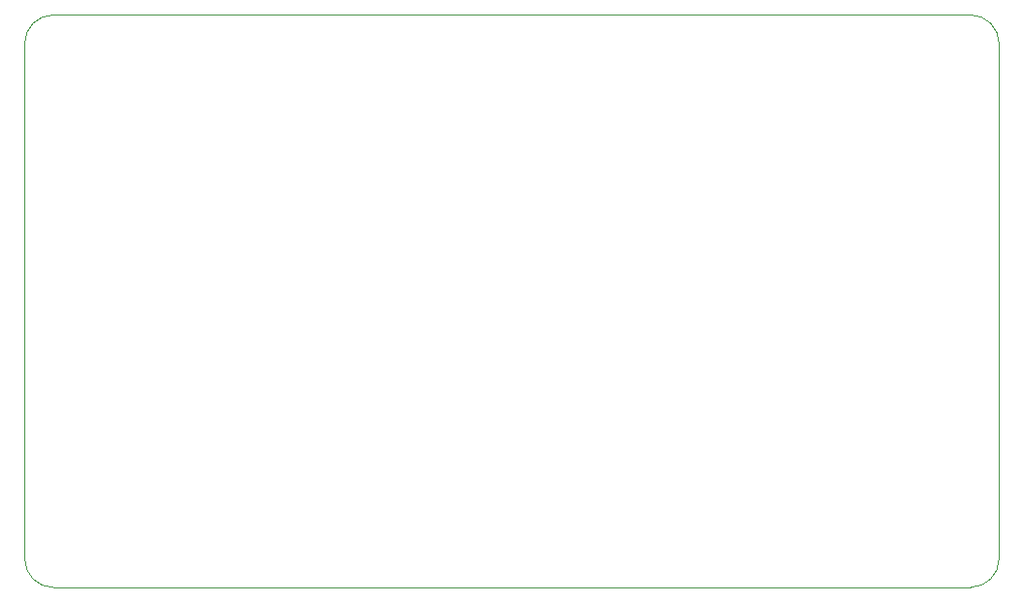
<source format=gbr>
%TF.GenerationSoftware,KiCad,Pcbnew,(5.1.9)-1*%
%TF.CreationDate,2021-05-22T16:29:01+08:00*%
%TF.ProjectId,PKU,504b552e-6b69-4636-9164-5f7063625858,rev?*%
%TF.SameCoordinates,Original*%
%TF.FileFunction,Profile,NP*%
%FSLAX46Y46*%
G04 Gerber Fmt 4.6, Leading zero omitted, Abs format (unit mm)*
G04 Created by KiCad (PCBNEW (5.1.9)-1) date 2021-05-22 16:29:01*
%MOMM*%
%LPD*%
G01*
G04 APERTURE LIST*
%TA.AperFunction,Profile*%
%ADD10C,0.050000*%
%TD*%
G04 APERTURE END LIST*
D10*
X185000000Y-67500000D02*
X185000000Y-22500000D01*
X267500000Y-70000000D02*
X187500000Y-70000000D01*
X270000000Y-22500000D02*
X270000000Y-67500000D01*
X187500000Y-20000000D02*
X267500000Y-20000000D01*
X185000000Y-22500000D02*
G75*
G02*
X187500000Y-20000000I2500000J0D01*
G01*
X187500000Y-70000000D02*
G75*
G02*
X185000000Y-67500000I0J2500000D01*
G01*
X270000000Y-67500000D02*
G75*
G02*
X267500000Y-70000000I-2500000J0D01*
G01*
X267500000Y-20000000D02*
G75*
G02*
X270000000Y-22500000I0J-2500000D01*
G01*
M02*

</source>
